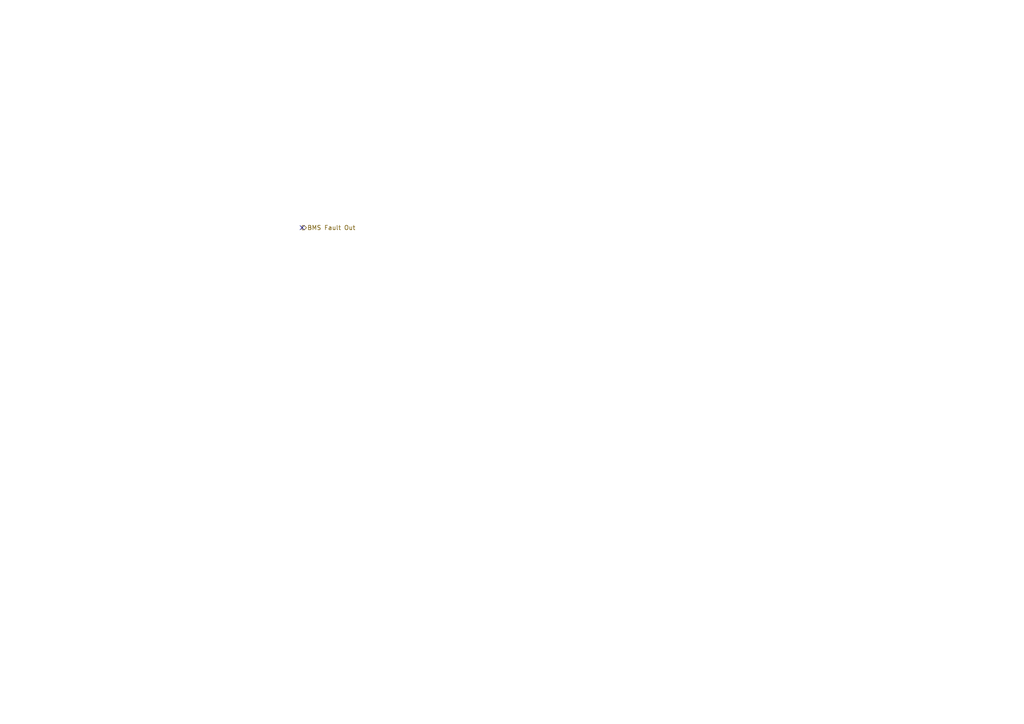
<source format=kicad_sch>
(kicad_sch
	(version 20231120)
	(generator "eeschema")
	(generator_version "8.0")
	(uuid "c74b51e8-6534-485d-939e-e39fe1481985")
	(paper "A4")
	(lib_symbols)
	(no_connect
		(at 87.63 66.04)
		(uuid "3062987b-7aac-4f86-98cd-5bf648685c21")
	)
	(hierarchical_label "BMS Fault Out"
		(shape output)
		(at 87.63 66.04 0)
		(fields_autoplaced yes)
		(effects
			(font
				(size 1.27 1.27)
			)
			(justify left)
		)
		(uuid "7f0d7c47-0429-4cfe-b587-3785b6e6cb6c")
	)
)

</source>
